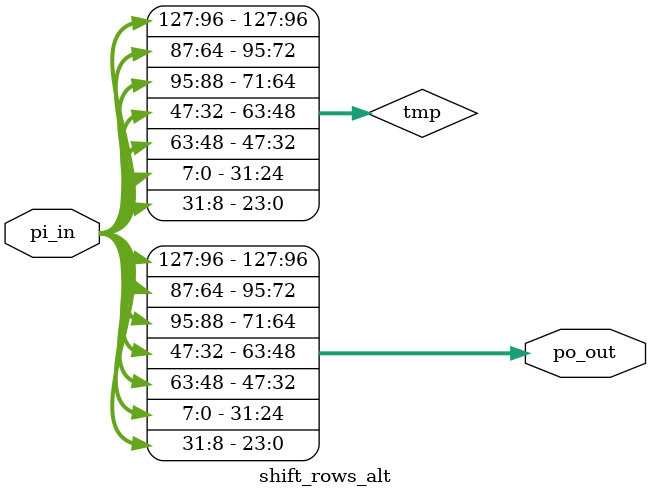
<source format=v>
module shift_rows_alt(
    // input ports
    //input pi_clk,
    //input pi_rst,
    input [127:0] pi_in,
    //input pi_enable,

    // output porst
    output [127:0] po_out
);

    // internal signal
wire [127:0] tmp;

integer i,j,k,help;

assign tmp[127:96] = pi_in[127:96];

assign tmp[95:72] = pi_in[87:64];
assign tmp[71:64] = pi_in[95:88];

assign tmp[63:48] = pi_in[47:32];
assign tmp[47:32] = pi_in[63:48];

assign tmp[31:24] = pi_in[7:0];
assign tmp[23:0] = pi_in[31:8];

    // alternate solution
/* always@(*)
begin
    for (i = 0; i < 4; i = i + 1)
        for(j = 0; j < 4; j = j + 1)
            for(k = 0; k < 8; k = k + 1)
            begin
                //if (j>=i)
                //    help = j-i;
                //else
                //    help = j-i+4;
                //tmp[32*i+8*j+k] <= pi_in[32*i+8*help+k];   //LSB is the start of matrix

                //help = (j+i)%4;                                     
                tmp[127-(32*i+8*j+k)] <= pi_in[127-(32*i+8*((j+i)%4)+k)];    //MSB is the start of matrix
            end
end */

assign po_out = tmp;

endmodule

</source>
